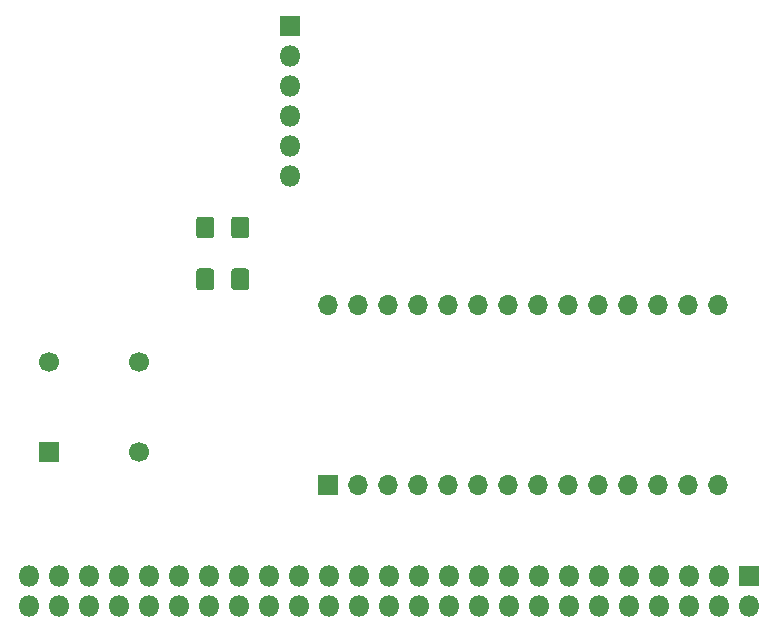
<source format=gbr>
%TF.GenerationSoftware,KiCad,Pcbnew,(5.1.6-0-10_14)*%
%TF.CreationDate,2021-01-13T00:48:19+01:00*%
%TF.ProjectId,serial_board,73657269-616c-45f6-926f-6172642e6b69,rev?*%
%TF.SameCoordinates,Original*%
%TF.FileFunction,Soldermask,Top*%
%TF.FilePolarity,Negative*%
%FSLAX46Y46*%
G04 Gerber Fmt 4.6, Leading zero omitted, Abs format (unit mm)*
G04 Created by KiCad (PCBNEW (5.1.6-0-10_14)) date 2021-01-13 00:48:19*
%MOMM*%
%LPD*%
G01*
G04 APERTURE LIST*
%ADD10C,1.700000*%
%ADD11R,1.700000X1.700000*%
%ADD12O,1.700000X1.700000*%
%ADD13O,1.800000X1.800000*%
%ADD14R,1.800000X1.800000*%
G04 APERTURE END LIST*
%TO.C,D2*%
G36*
G01*
X32930000Y36788956D02*
X32930000Y35474044D01*
G75*
G02*
X32662456Y35206500I-267544J0D01*
G01*
X31672544Y35206500D01*
G75*
G02*
X31405000Y35474044I0J267544D01*
G01*
X31405000Y36788956D01*
G75*
G02*
X31672544Y37056500I267544J0D01*
G01*
X32662456Y37056500D01*
G75*
G02*
X32930000Y36788956I0J-267544D01*
G01*
G37*
G36*
G01*
X35905000Y36788956D02*
X35905000Y35474044D01*
G75*
G02*
X35637456Y35206500I-267544J0D01*
G01*
X34647544Y35206500D01*
G75*
G02*
X34380000Y35474044I0J267544D01*
G01*
X34380000Y36788956D01*
G75*
G02*
X34647544Y37056500I267544J0D01*
G01*
X35637456Y37056500D01*
G75*
G02*
X35905000Y36788956I0J-267544D01*
G01*
G37*
%TD*%
%TO.C,D1*%
G36*
G01*
X32930000Y32407456D02*
X32930000Y31092544D01*
G75*
G02*
X32662456Y30825000I-267544J0D01*
G01*
X31672544Y30825000D01*
G75*
G02*
X31405000Y31092544I0J267544D01*
G01*
X31405000Y32407456D01*
G75*
G02*
X31672544Y32675000I267544J0D01*
G01*
X32662456Y32675000D01*
G75*
G02*
X32930000Y32407456I0J-267544D01*
G01*
G37*
G36*
G01*
X35905000Y32407456D02*
X35905000Y31092544D01*
G75*
G02*
X35637456Y30825000I-267544J0D01*
G01*
X34647544Y30825000D01*
G75*
G02*
X34380000Y31092544I0J267544D01*
G01*
X34380000Y32407456D01*
G75*
G02*
X34647544Y32675000I267544J0D01*
G01*
X35637456Y32675000D01*
G75*
G02*
X35905000Y32407456I0J-267544D01*
G01*
G37*
%TD*%
D10*
%TO.C,X1*%
X26543000Y17145000D03*
X26543000Y24765000D03*
X18923000Y24765000D03*
D11*
X18923000Y17145000D03*
%TD*%
D12*
%TO.C,U1*%
X42545000Y29591000D03*
X75565000Y14351000D03*
X45085000Y29591000D03*
X73025000Y14351000D03*
X47625000Y29591000D03*
X70485000Y14351000D03*
X50165000Y29591000D03*
X67945000Y14351000D03*
X52705000Y29591000D03*
X65405000Y14351000D03*
X55245000Y29591000D03*
X62865000Y14351000D03*
X57785000Y29591000D03*
X60325000Y14351000D03*
X60325000Y29591000D03*
X57785000Y14351000D03*
X62865000Y29591000D03*
X55245000Y14351000D03*
X65405000Y29591000D03*
X52705000Y14351000D03*
X67945000Y29591000D03*
X50165000Y14351000D03*
X70485000Y29591000D03*
X47625000Y14351000D03*
X73025000Y29591000D03*
X45085000Y14351000D03*
X75565000Y29591000D03*
D11*
X42545000Y14351000D03*
%TD*%
D13*
%TO.C,J2*%
X39370000Y40513000D03*
X39370000Y43053000D03*
X39370000Y45593000D03*
X39370000Y48133000D03*
X39370000Y50673000D03*
D14*
X39370000Y53213000D03*
%TD*%
D13*
%TO.C,J1*%
X17272000Y4064000D03*
X17272000Y6604000D03*
X19812000Y4064000D03*
X19812000Y6604000D03*
X22352000Y4064000D03*
X22352000Y6604000D03*
X24892000Y4064000D03*
X24892000Y6604000D03*
X27432000Y4064000D03*
X27432000Y6604000D03*
X29972000Y4064000D03*
X29972000Y6604000D03*
X32512000Y4064000D03*
X32512000Y6604000D03*
X35052000Y4064000D03*
X35052000Y6604000D03*
X37592000Y4064000D03*
X37592000Y6604000D03*
X40132000Y4064000D03*
X40132000Y6604000D03*
X42672000Y4064000D03*
X42672000Y6604000D03*
X45212000Y4064000D03*
X45212000Y6604000D03*
X47752000Y4064000D03*
X47752000Y6604000D03*
X50292000Y4064000D03*
X50292000Y6604000D03*
X52832000Y4064000D03*
X52832000Y6604000D03*
X55372000Y4064000D03*
X55372000Y6604000D03*
X57912000Y4064000D03*
X57912000Y6604000D03*
X60452000Y4064000D03*
X60452000Y6604000D03*
X62992000Y4064000D03*
X62992000Y6604000D03*
X65532000Y4064000D03*
X65532000Y6604000D03*
X68072000Y4064000D03*
X68072000Y6604000D03*
X70612000Y4064000D03*
X70612000Y6604000D03*
X73152000Y4064000D03*
X73152000Y6604000D03*
X75692000Y4064000D03*
X75692000Y6604000D03*
X78232000Y4064000D03*
D14*
X78232000Y6604000D03*
%TD*%
M02*

</source>
